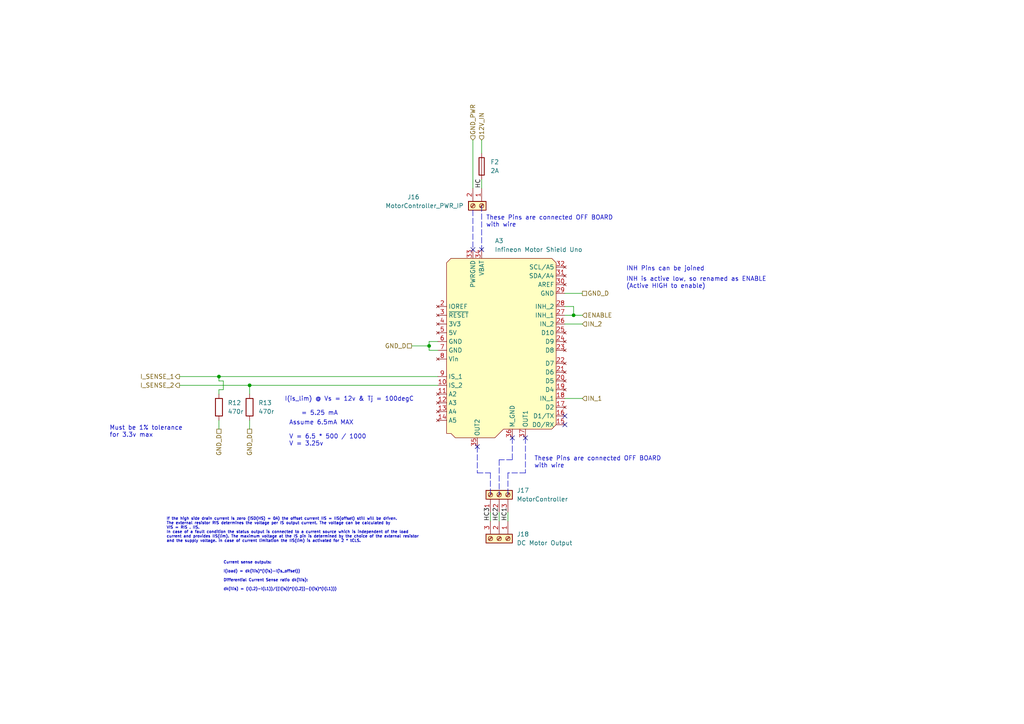
<source format=kicad_sch>
(kicad_sch (version 20211123) (generator eeschema)
  (paper "A4")
  (lib_symbols
    (symbol "000_Modules_Immo:Infineon Motor Shield Uno"
      (property "Reference" "A" (at 20.32 34.29 0))
      (property "Value" "Infineon Motor Shield Uno" (at 20.32 33.02 0))
      (symbol "Infineon Motor Shield Uno_0_1"
        (polyline (pts (xy -17.78 26.67) (xy -17.78 -22.86) (xy -16.51 -22.86) (xy -15.24 -24.13) (xy -3.81 -24.13) (xy -1.27 -21.59) (xy 12.7 -21.59) (xy 13.97 -20.32) (xy 13.97 26.67) (xy 12.7 27.94) (xy -16.51 27.94) (xy -17.78 26.67)) (fill (type background)))
      )
      (symbol "Infineon Motor Shield Uno_1_1"
        (pin no_connect line (at -20.32 16.51 0) (length 2.54) hide (name "NC") (number "1"))
        (pin input line (at -20.32 -8.89 0) (length 2.54) (name "IS_2") (number "10"))
        (pin no_connect line (at -20.32 -11.43 0) (length 2.54) (name "A2") (number "11"))
        (pin no_connect line (at -20.32 -13.97 0) (length 2.54) (name "A3") (number "12"))
        (pin no_connect line (at -20.32 -16.51 0) (length 2.54) (name "A4") (number "13"))
        (pin no_connect line (at -20.32 -19.05 0) (length 2.54) (name "A5") (number "14"))
        (pin bidirectional line (at 16.51 -20.32 180) (length 2.54) (name "D0/RX") (number "15"))
        (pin bidirectional line (at 16.51 -17.78 180) (length 2.54) (name "D1/TX") (number "16"))
        (pin no_connect line (at 16.51 -15.24 180) (length 2.54) (name "D2") (number "17"))
        (pin bidirectional line (at 16.51 -12.7 180) (length 2.54) (name "IN_1") (number "18"))
        (pin no_connect line (at 16.51 -10.16 180) (length 2.54) (name "D4") (number "19"))
        (pin no_connect line (at -20.32 13.97 0) (length 2.54) (name "IOREF") (number "2"))
        (pin no_connect line (at 16.51 -7.62 180) (length 2.54) (name "D5") (number "20"))
        (pin no_connect line (at 16.51 -5.08 180) (length 2.54) (name "D6") (number "21"))
        (pin no_connect line (at 16.51 -2.54 180) (length 2.54) (name "D7") (number "22"))
        (pin no_connect line (at 16.51 1.27 180) (length 2.54) (name "D8") (number "23"))
        (pin no_connect line (at 16.51 3.81 180) (length 2.54) (name "D9") (number "24"))
        (pin no_connect line (at 16.51 6.35 180) (length 2.54) (name "D10") (number "25"))
        (pin input line (at 16.51 8.89 180) (length 2.54) (name "IN_2") (number "26"))
        (pin input line (at 16.51 11.43 180) (length 2.54) (name "INH_1") (number "27"))
        (pin input line (at 16.51 13.97 180) (length 2.54) (name "INH_2") (number "28"))
        (pin power_in line (at 16.51 17.78 180) (length 2.54) (name "GND") (number "29"))
        (pin no_connect line (at -20.32 11.43 0) (length 2.54) (name "~{RESET}") (number "3"))
        (pin no_connect line (at 16.51 20.32 180) (length 2.54) (name "AREF") (number "30"))
        (pin no_connect line (at 16.51 22.86 180) (length 2.54) (name "SDA/A4") (number "31"))
        (pin no_connect line (at 16.51 25.4 180) (length 2.54) (name "SCL/A5") (number "32"))
        (pin power_in line (at -10.16 30.48 270) (length 2.54) (name "PWRGND") (number "33"))
        (pin power_in line (at -7.62 30.48 270) (length 2.54) (name "VBAT") (number "34"))
        (pin output line (at -8.89 -26.67 90) (length 2.54) (name "OUT2") (number "35"))
        (pin power_in line (at 1.27 -24.13 90) (length 2.54) (name "M_GND") (number "36"))
        (pin output line (at 5.08 -24.13 90) (length 2.54) (name "OUT1") (number "37"))
        (pin no_connect line (at -20.32 8.89 0) (length 2.54) (name "3V3") (number "4"))
        (pin no_connect line (at -20.32 6.35 0) (length 2.54) (name "5V") (number "5"))
        (pin power_in line (at -20.32 3.81 0) (length 2.54) (name "GND") (number "6"))
        (pin power_in line (at -20.32 1.27 0) (length 2.54) (name "GND") (number "7"))
        (pin no_connect line (at -20.32 -1.27 0) (length 2.54) (name "Vin") (number "8"))
        (pin input line (at -20.32 -6.35 0) (length 2.54) (name "IS_1") (number "9"))
      )
    )
    (symbol "000_Protection_Immo:Fuse" (pin_numbers hide) (pin_names (offset 0))
      (property "Reference" "F" (at 2.032 0 90))
      (property "Value" "Fuse" (at -1.905 0 90))
      (symbol "Fuse_0_1"
        (rectangle (start -0.762 -2.54) (end 0.762 2.54) (stroke (width 0.254)))
        (polyline (pts (xy 0 2.54) (xy 0 -2.54)))
      )
      (symbol "Fuse_1_1"
        (pin passive line (at 0 3.81 270) (length 1.27) (name "~") (number "1"))
        (pin passive line (at 0 -3.81 90) (length 1.27) (name "~") (number "2"))
      )
    )
    (symbol "000_Resistors_Immo:Resistor_0805" (pin_numbers hide) (pin_names (offset 0))
      (property "Reference" "R?" (at -2.54 3.81 0))
      (property "Value" "Resistor_0805" (at -5.08 2.54 0))
      (symbol "Resistor_0805_0_1"
        (rectangle (start 2.54 -1.016) (end -2.54 1.016) (stroke (width 0.254)))
      )
      (symbol "Resistor_0805_1_1"
        (pin passive line (at -3.81 0 0) (length 1.27) (name "~") (number "1"))
        (pin passive line (at 3.81 0 180) (length 1.27) (name "~") (number "2"))
      )
    )
    (symbol "Connector:Screw_Terminal_01x02" (pin_names (offset 1.016) hide)
      (property "Reference" "J" (at 0 2.54 0))
      (property "Value" "Screw_Terminal_01x02" (at 0 -5.08 0))
      (symbol "Screw_Terminal_01x02_1_1"
        (rectangle (start -1.27 1.27) (end 1.27 -3.81) (stroke (width 0.254)) (fill (type background)))
        (circle (center 0 -2.54) (radius 0.635) (stroke (width 0.1524)))
        (polyline (pts (xy -0.5334 -2.2098) (xy 0.3302 -3.048)) (stroke (width 0.1524)))
        (polyline (pts (xy -0.5334 0.3302) (xy 0.3302 -0.508)) (stroke (width 0.1524)))
        (polyline (pts (xy -0.3556 -2.032) (xy 0.508 -2.8702)) (stroke (width 0.1524)))
        (polyline (pts (xy -0.3556 0.508) (xy 0.508 -0.3302)) (stroke (width 0.1524)))
        (circle (center 0 0) (radius 0.635) (stroke (width 0.1524)))
        (pin passive line (at -5.08 0 0) (length 3.81) (name "Pin_1") (number "1"))
        (pin passive line (at -5.08 -2.54 0) (length 3.81) (name "Pin_2") (number "2"))
      )
    )
    (symbol "Connector:Screw_Terminal_01x03" (pin_names (offset 1.016) hide)
      (property "Reference" "J" (at 0 5.08 0))
      (property "Value" "Screw_Terminal_01x03" (at 0 -5.08 0))
      (symbol "Screw_Terminal_01x03_1_1"
        (rectangle (start -1.27 3.81) (end 1.27 -3.81) (stroke (width 0.254)) (fill (type background)))
        (circle (center 0 -2.54) (radius 0.635) (stroke (width 0.1524)))
        (polyline (pts (xy -0.5334 -2.2098) (xy 0.3302 -3.048)) (stroke (width 0.1524)))
        (polyline (pts (xy -0.5334 0.3302) (xy 0.3302 -0.508)) (stroke (width 0.1524)))
        (polyline (pts (xy -0.5334 2.8702) (xy 0.3302 2.032)) (stroke (width 0.1524)))
        (polyline (pts (xy -0.3556 -2.032) (xy 0.508 -2.8702)) (stroke (width 0.1524)))
        (polyline (pts (xy -0.3556 0.508) (xy 0.508 -0.3302)) (stroke (width 0.1524)))
        (polyline (pts (xy -0.3556 3.048) (xy 0.508 2.2098)) (stroke (width 0.1524)))
        (circle (center 0 0) (radius 0.635) (stroke (width 0.1524)))
        (circle (center 0 2.54) (radius 0.635) (stroke (width 0.1524)))
        (pin passive line (at -5.08 2.54 0) (length 3.81) (name "Pin_1") (number "1"))
        (pin passive line (at -5.08 0 0) (length 3.81) (name "Pin_2") (number "2"))
        (pin passive line (at -5.08 -2.54 0) (length 3.81) (name "Pin_3") (number "3"))
      )
    )
  )
  (junction (at 166.37 91.44))
  (junction (at 72.39 111.76))
  (junction (at 124.46 100.33))
  (junction (at 63.5 109.22))
  (no_connect (at 152.4 127))
  (no_connect (at 148.59 127))
  (no_connect (at 137.16 72.39))
  (no_connect (at 139.7 72.39))
  (no_connect (at 138.43 129.54))
  (no_connect (at 163.83 120.65))
  (no_connect (at 163.83 123.19))
  (wire (pts (xy 137.16 40.64) (xy 137.16 54.61)))
  (polyline (pts (xy 138.43 137.16) (xy 142.24 137.16)))
  (wire (pts (xy 166.37 88.9) (xy 166.37 91.44)))
  (wire (pts (xy 72.39 111.76) (xy 72.39 114.3)))
  (polyline (pts (xy 148.59 133.35) (xy 144.78 133.35)))
  (wire (pts (xy 147.32 148.59) (xy 147.32 151.13)))
  (wire (pts (xy 63.5 109.22) (xy 127 109.22)))
  (wire (pts (xy 63.5 113.03) (xy 64.77 113.03)))
  (polyline (pts (xy 148.59 127) (xy 148.59 133.35)))
  (wire (pts (xy 163.83 115.57) (xy 168.91 115.57)))
  (wire (pts (xy 119.38 100.33) (xy 124.46 100.33)))
  (wire (pts (xy 127 101.6) (xy 124.46 101.6)))
  (wire (pts (xy 163.83 88.9) (xy 166.37 88.9)))
  (wire (pts (xy 144.78 148.59) (xy 144.78 151.13)))
  (wire (pts (xy 163.83 91.44) (xy 166.37 91.44)))
  (polyline (pts (xy 138.43 129.54) (xy 138.43 137.16)))
  (polyline (pts (xy 137.16 60.96) (xy 137.16 72.39)))
  (polyline (pts (xy 144.78 133.35) (xy 144.78 143.51)))
  (wire (pts (xy 72.39 111.76) (xy 127 111.76)))
  (wire (pts (xy 142.24 148.59) (xy 142.24 151.13)))
  (wire (pts (xy 63.5 110.49) (xy 64.77 110.49)))
  (wire (pts (xy 72.39 121.92) (xy 72.39 124.46)))
  (wire (pts (xy 63.5 113.03) (xy 63.5 114.3)))
  (wire (pts (xy 166.37 91.44) (xy 168.91 91.44)))
  (wire (pts (xy 63.5 109.22) (xy 63.5 110.49)))
  (wire (pts (xy 52.07 109.22) (xy 63.5 109.22)))
  (wire (pts (xy 168.91 85.09) (xy 163.83 85.09)))
  (polyline (pts (xy 152.4 127) (xy 152.4 137.16)))
  (wire (pts (xy 124.46 99.06) (xy 127 99.06)))
  (wire (pts (xy 64.77 113.03) (xy 64.77 110.49)))
  (wire (pts (xy 139.7 52.07) (xy 139.7 54.61)))
  (wire (pts (xy 124.46 101.6) (xy 124.46 100.33)))
  (polyline (pts (xy 147.32 137.16) (xy 147.32 143.51)))
  (wire (pts (xy 63.5 121.92) (xy 63.5 124.46)))
  (polyline (pts (xy 142.24 137.16) (xy 142.24 143.51)))
  (wire (pts (xy 52.07 111.76) (xy 72.39 111.76)))
  (polyline (pts (xy 139.7 59.69) (xy 139.7 72.39)))
  (wire (pts (xy 124.46 100.33) (xy 124.46 99.06)))
  (polyline (pts (xy 152.4 137.16) (xy 147.32 137.16)))
  (wire (pts (xy 163.83 93.98) (xy 168.91 93.98)))
  (wire (pts (xy 139.7 40.64) (xy 139.7 44.45)))
  (text "If the high side drain current is zero (ISD(HS) = 0A) the offset current IIS = IIS(offset) still will be driven.\nThe external resistor RIS determines the voltage per IS output current. The voltage can be calculated by\nVIS = RIS . IIS.\nIn case of a fault condition the status output is connected to a current source which is independent of the load\ncurrent and provides IIS(lim). The maximum voltage at the IS pin is determined by the choice of the external resistor\nand the supply voltage. In case of current limitation the IIS(lim) is activated for 2 * tCLS." (at 48.26 157.48 0) (effects (font (size 0.8 0.8)) (justify left bottom)))
  (text "Current sense outputs:\n\nI(load) = dk(ilis)*(I(is)-I(is_offset))\n\nDifferential Current Sense ratio dk(ilis):\n\ndk(ilis) = (I(L2)-I(L1))/((I(is))*(I(L2))-(I(is)*(I(L1)))" (at 64.77 171.45 0) (effects (font (size 0.8 0.8)) (justify left bottom)))
  (text "Assume 6.5mA MAX\n\nV = 6.5 * 500 / 1000\nV = 3.25v" (at 83.82 129.54 0) (effects (font (size 1.27 1.27)) (justify left bottom)))
  (text "These Pins are connected OFF BOARD\nwith wire" (at 154.94 135.89 0) (effects (font (size 1.27 1.27)) (justify left bottom)))
  (text "Must be 1% tolerance\nfor 3.3v max" (at 31.75 127 0) (effects (font (size 1.27 1.27)) (justify left bottom)))
  (text "INH is active low, so renamed as ENABLE \n(Active HIGH to enable)" (at 181.61 83.82 0) (effects (font (size 1.27 1.27)) (justify left bottom)))
  (text "I(is_lim) @ Vs = 12v & Tj = 100degC\n\n	= 5.25 mA" (at 82.55 120.65 0) (effects (font (size 1.27 1.27)) (justify left bottom)))
  (text "These Pins are connected OFF BOARD\nwith wire" (at 140.97 66.04 0) (effects (font (size 1.27 1.27)) (justify left bottom)))
  (text "INH Pins can be joined" (at 181.61 78.74 0) (effects (font (size 1.27 1.27)) (justify left bottom)))
  (label "HC1" (at 147.32 151.13 90))
  (label "HC3" (at 142.24 151.13 90))
  (label "HC" (at 139.7 54.61 90))
  (label "HC2" (at 144.78 151.13 90))
  (hierarchical_label "IN_1" (shape input) (at 168.91 115.57 0))
  (hierarchical_label "GND_D" (shape passive) (at 119.38 100.33 180))
  (hierarchical_label "I_SENSE_2" (shape output) (at 52.07 111.76 180))
  (hierarchical_label "ENABLE" (shape input) (at 168.91 91.44 0))
  (hierarchical_label "IN_2" (shape input) (at 168.91 93.98 0))
  (hierarchical_label "GND_D" (shape passive) (at 168.91 85.09 0))
  (hierarchical_label "GND_D" (shape passive) (at 63.5 124.46 270))
  (hierarchical_label "12V_IN" (shape input) (at 139.7 40.64 90))
  (hierarchical_label "GND_PWR" (shape input) (at 137.16 40.64 90))
  (hierarchical_label "GND_D" (shape passive) (at 72.39 124.46 270))
  (hierarchical_label "I_SENSE_1" (shape output) (at 52.07 109.22 180))
  (symbol (lib_id "000_Modules_Immo:Infineon Motor Shield Uno") (at 147.32 102.87 0) (unit 1)
    (property "Reference" "A3" (at 144.78 69.85 0))
    (property "Value" "Infineon Motor Shield Uno" (at 156.21 72.39 0))
    (property "Footprint" "Module:Infineon Motor Sheild hiddenPins" (effects hide))
    (property "Datasheet" "https://docs.rs-online.com/91cb/0900766b81490d99.pdf" (effects hide))
  )
  (symbol (lib_id "000_Resistors_Immo:Resistor_0805") (at 63.5 118.11 90) (unit 1)
    (property "Reference" "R12" (at 66.04 116.8399 90) (effects (justify right)))
    (property "Value" "470r" (at 66.04 119.3799 90) (effects (justify right)))
    (property "Footprint" "Resistor_SMD:R_0805_2012Metric_Pad1.20x1.40mm_HandSolder" (effects hide))
  )
  (symbol (lib_id "Connector:Screw_Terminal_01x03") (at 144.78 143.51 90) (unit 1)
    (property "Reference" "J17" (at 149.86 142.2399 90) (effects (justify right)))
    (property "Value" "MotorController" (at 149.86 144.7799 90) (effects (justify right)))
    (property "Footprint" "TerminalBlock:TerminalBlock_Altech_AK300-3_P5.00mm" (effects hide))
  )
  (symbol (lib_id "000_Resistors_Immo:Resistor_0805") (at 72.39 118.11 90) (unit 1)
    (property "Reference" "R13" (at 74.93 116.8399 90) (effects (justify right)))
    (property "Value" "470r" (at 74.93 119.3799 90) (effects (justify right)))
    (property "Footprint" "Resistor_SMD:R_0805_2012Metric_Pad1.20x1.40mm_HandSolder" (effects hide))
  )
  (symbol (lib_id "Connector:Screw_Terminal_01x02") (at 139.7 59.69 270) (unit 1)
    (property "Reference" "J16" (at 118.11 57.15 90) (effects (justify left)))
    (property "Value" "MotorController_PWR_IP" (at 111.76 59.69 90) (effects (justify left)))
    (property "Footprint" "TerminalBlock:TerminalBlock_Altech_AK300-2_P5.00mm" (effects hide))
  )
  (symbol (lib_id "Connector:Screw_Terminal_01x03") (at 144.78 156.21 270) (unit 1)
    (property "Reference" "J18" (at 149.86 154.9399 90) (effects (justify left)))
    (property "Value" "DC Motor Output" (at 149.86 157.48 90) (effects (justify left)))
    (property "Footprint" "TerminalBlock:TerminalBlock_Altech_AK300-3_P5.00mm" (effects hide))
  )
  (symbol (lib_id "000_Protection_Immo:Fuse") (at 139.7 48.26 0) (unit 1)
    (property "Reference" "F2" (at 142.24 46.9899 0) (effects (justify left)))
    (property "Value" "2A" (at 142.24 49.5299 0) (effects (justify left)))
    (property "Footprint" "Fuse:Fuseholder_Cylinder-5x20mm_Stelvio-Kontek_PTF78_Horizontal_Open" (effects hide))
  )
)
</source>
